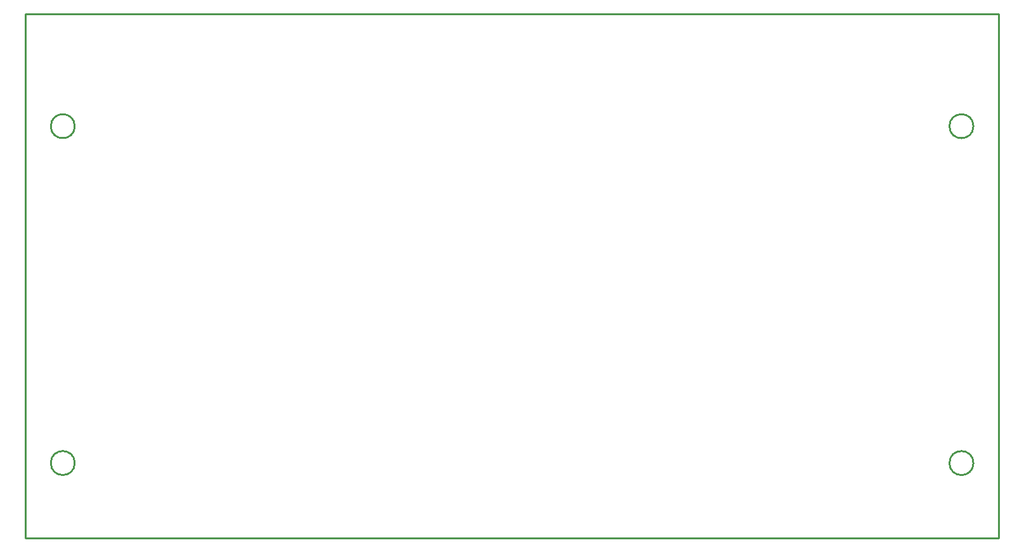
<source format=gm1>
%FSLAX24Y24*%
%MOIN*%
G70*
G01*
G75*
G04 Layer_Color=16711935*
%ADD10R,0.0453X0.0571*%
%ADD11R,0.0551X0.0413*%
%ADD12R,0.0413X0.0551*%
%ADD13R,0.0551X0.0374*%
%ADD14O,0.0236X0.0571*%
%ADD15R,0.0374X0.0551*%
%ADD16R,0.0551X0.0354*%
%ADD17R,0.0394X0.0236*%
G04:AMPARAMS|DCode=18|XSize=55mil|YSize=60mil|CornerRadius=13.8mil|HoleSize=0mil|Usage=FLASHONLY|Rotation=90.000|XOffset=0mil|YOffset=0mil|HoleType=Round|Shape=RoundedRectangle|*
%AMROUNDEDRECTD18*
21,1,0.0550,0.0325,0,0,90.0*
21,1,0.0275,0.0600,0,0,90.0*
1,1,0.0275,0.0163,0.0138*
1,1,0.0275,0.0163,-0.0138*
1,1,0.0275,-0.0163,-0.0138*
1,1,0.0275,-0.0163,0.0138*
%
%ADD18ROUNDEDRECTD18*%
G04:AMPARAMS|DCode=19|XSize=39.4mil|YSize=98.4mil|CornerRadius=9.8mil|HoleSize=0mil|Usage=FLASHONLY|Rotation=270.000|XOffset=0mil|YOffset=0mil|HoleType=Round|Shape=RoundedRectangle|*
%AMROUNDEDRECTD19*
21,1,0.0394,0.0787,0,0,270.0*
21,1,0.0197,0.0984,0,0,270.0*
1,1,0.0197,-0.0394,-0.0098*
1,1,0.0197,-0.0394,0.0098*
1,1,0.0197,0.0394,0.0098*
1,1,0.0197,0.0394,-0.0098*
%
%ADD19ROUNDEDRECTD19*%
G04:AMPARAMS|DCode=20|XSize=39.4mil|YSize=98.4mil|CornerRadius=9.8mil|HoleSize=0mil|Usage=FLASHONLY|Rotation=180.000|XOffset=0mil|YOffset=0mil|HoleType=Round|Shape=RoundedRectangle|*
%AMROUNDEDRECTD20*
21,1,0.0394,0.0787,0,0,180.0*
21,1,0.0197,0.0984,0,0,180.0*
1,1,0.0197,-0.0098,0.0394*
1,1,0.0197,0.0098,0.0394*
1,1,0.0197,0.0098,-0.0394*
1,1,0.0197,-0.0098,-0.0394*
%
%ADD20ROUNDEDRECTD20*%
%ADD21R,0.0551X0.0413*%
%ADD22O,0.0236X0.0866*%
%ADD23R,0.0236X0.0394*%
%ADD24C,0.0197*%
%ADD25C,0.0118*%
%ADD26C,0.0315*%
%ADD27C,0.0394*%
%ADD28C,0.0100*%
%ADD29C,0.0295*%
%ADD30C,0.0630*%
%ADD31C,0.0748*%
%ADD32C,0.0551*%
%ADD33C,0.0591*%
G04:AMPARAMS|DCode=34|XSize=59.1mil|YSize=59.1mil|CornerRadius=0mil|HoleSize=0mil|Usage=FLASHONLY|Rotation=90.000|XOffset=0mil|YOffset=0mil|HoleType=Round|Shape=Octagon|*
%AMOCTAGOND34*
4,1,8,0.0148,0.0295,-0.0148,0.0295,-0.0295,0.0148,-0.0295,-0.0148,-0.0148,-0.0295,0.0148,-0.0295,0.0295,-0.0148,0.0295,0.0148,0.0148,0.0295,0.0*
%
%ADD34OCTAGOND34*%

%ADD35C,0.1181*%
%ADD36R,0.0787X0.0787*%
%ADD37C,0.0787*%
%ADD38C,0.2362*%
%ADD39R,0.0591X0.0591*%
%ADD40R,0.0591X0.0591*%
%ADD41R,0.0630X0.0630*%
%ADD42R,0.0591X0.0591*%
%ADD43C,0.0591*%
%ADD44R,0.0630X0.0630*%
%ADD45C,0.0500*%
%ADD46O,0.0709X0.0118*%
%ADD47O,0.0118X0.0709*%
%ADD48R,0.0354X0.0197*%
%ADD49R,0.0197X0.0354*%
%ADD50R,0.0689X0.0394*%
%ADD51R,0.0571X0.0453*%
%ADD52C,0.0236*%
%ADD53C,0.0098*%
%ADD54C,0.0079*%
%ADD55C,0.0039*%
%ADD56C,0.0200*%
%ADD57C,0.0050*%
%ADD58C,0.0059*%
%ADD59R,0.9850X0.0500*%
%ADD60R,0.6100X0.0484*%
%ADD61R,0.0600X0.0200*%
%ADD62R,0.0533X0.0651*%
%ADD63R,0.0631X0.0493*%
%ADD64R,0.0493X0.0631*%
%ADD65R,0.0631X0.0454*%
%ADD66O,0.0316X0.0651*%
%ADD67R,0.0454X0.0631*%
%ADD68R,0.0631X0.0434*%
%ADD69R,0.0474X0.0316*%
G04:AMPARAMS|DCode=70|XSize=63mil|YSize=68mil|CornerRadius=17.8mil|HoleSize=0mil|Usage=FLASHONLY|Rotation=90.000|XOffset=0mil|YOffset=0mil|HoleType=Round|Shape=RoundedRectangle|*
%AMROUNDEDRECTD70*
21,1,0.0630,0.0325,0,0,90.0*
21,1,0.0275,0.0680,0,0,90.0*
1,1,0.0355,0.0163,0.0138*
1,1,0.0355,0.0163,-0.0138*
1,1,0.0355,-0.0163,-0.0138*
1,1,0.0355,-0.0163,0.0138*
%
%ADD70ROUNDEDRECTD70*%
G04:AMPARAMS|DCode=71|XSize=47.4mil|YSize=106.4mil|CornerRadius=13.8mil|HoleSize=0mil|Usage=FLASHONLY|Rotation=270.000|XOffset=0mil|YOffset=0mil|HoleType=Round|Shape=RoundedRectangle|*
%AMROUNDEDRECTD71*
21,1,0.0474,0.0787,0,0,270.0*
21,1,0.0197,0.1064,0,0,270.0*
1,1,0.0277,-0.0394,-0.0098*
1,1,0.0277,-0.0394,0.0098*
1,1,0.0277,0.0394,0.0098*
1,1,0.0277,0.0394,-0.0098*
%
%ADD71ROUNDEDRECTD71*%
G04:AMPARAMS|DCode=72|XSize=47.4mil|YSize=106.4mil|CornerRadius=13.8mil|HoleSize=0mil|Usage=FLASHONLY|Rotation=180.000|XOffset=0mil|YOffset=0mil|HoleType=Round|Shape=RoundedRectangle|*
%AMROUNDEDRECTD72*
21,1,0.0474,0.0787,0,0,180.0*
21,1,0.0197,0.1064,0,0,180.0*
1,1,0.0277,-0.0098,0.0394*
1,1,0.0277,0.0098,0.0394*
1,1,0.0277,0.0098,-0.0394*
1,1,0.0277,-0.0098,-0.0394*
%
%ADD72ROUNDEDRECTD72*%
%ADD73R,0.0631X0.0493*%
%ADD74O,0.0316X0.0946*%
%ADD75R,0.0316X0.0474*%
%ADD76C,0.0710*%
%ADD77C,0.0828*%
%ADD78C,0.0631*%
%ADD79C,0.0671*%
G04:AMPARAMS|DCode=80|XSize=67.1mil|YSize=67.1mil|CornerRadius=0mil|HoleSize=0mil|Usage=FLASHONLY|Rotation=90.000|XOffset=0mil|YOffset=0mil|HoleType=Round|Shape=Octagon|*
%AMOCTAGOND80*
4,1,8,0.0168,0.0335,-0.0168,0.0335,-0.0335,0.0168,-0.0335,-0.0168,-0.0168,-0.0335,0.0168,-0.0335,0.0335,-0.0168,0.0335,0.0168,0.0168,0.0335,0.0*
%
%ADD80OCTAGOND80*%

%ADD81C,0.1261*%
%ADD82R,0.0867X0.0867*%
%ADD83C,0.0867*%
%ADD84C,0.2442*%
%ADD85R,0.0671X0.0671*%
%ADD86R,0.0671X0.0671*%
%ADD87R,0.0710X0.0710*%
%ADD88R,0.0671X0.0671*%
%ADD89C,0.0671*%
%ADD90R,0.0710X0.0710*%
%ADD91O,0.0789X0.0198*%
%ADD92O,0.0198X0.0789*%
%ADD93R,0.0434X0.0277*%
%ADD94R,0.0277X0.0434*%
%ADD95R,0.0769X0.0474*%
%ADD96R,0.0651X0.0533*%
%ADD97C,0.0157*%
%ADD98R,0.0630X0.0217*%
D28*
X17559Y33465D02*
G03*
X17559Y33465I-630J0D01*
G01*
Y15748D02*
G03*
X17559Y15748I-630J0D01*
G01*
X64803D02*
G03*
X64803Y15748I-630J0D01*
G01*
Y33465D02*
G03*
X64803Y33465I-630J0D01*
G01*
X14961Y11811D02*
X66142D01*
Y39370D01*
X14961Y11811D02*
Y39370D01*
X66142D01*
M02*

</source>
